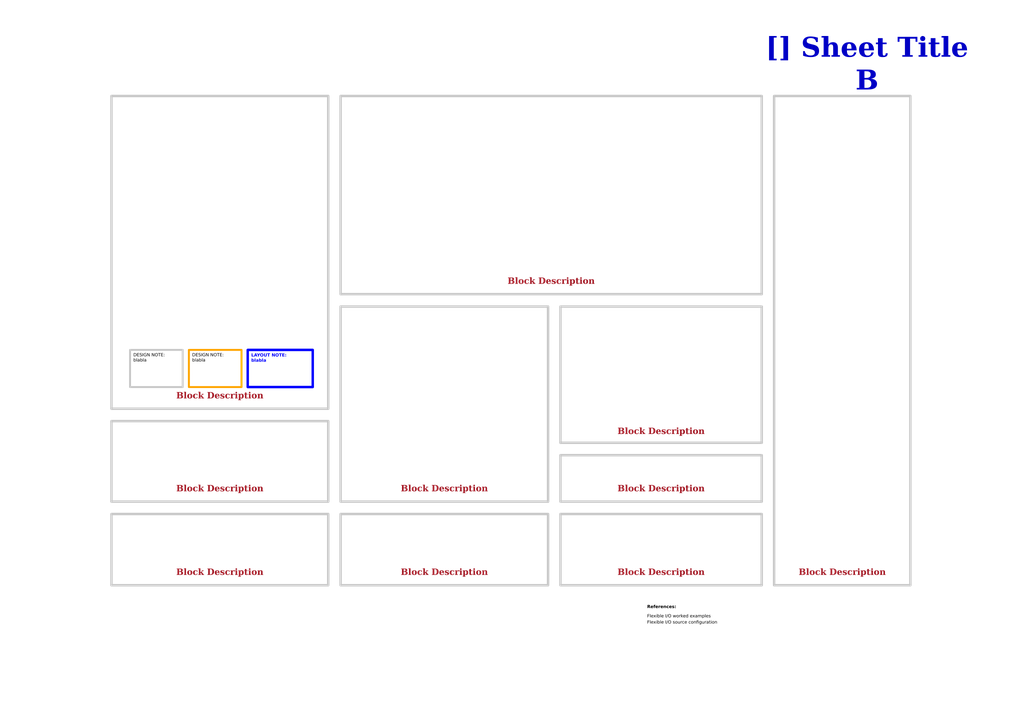
<source format=kicad_sch>
(kicad_sch
	(version 20250114)
	(generator "eeschema")
	(generator_version "9.0")
	(uuid "ea8c4f5e-7a49-4faf-a994-dbc85ed86b0a")
	(paper "A3")
	(title_block
		(title "Sheet Title B")
		(date "2025-01-12")
		(rev "${REVISION}")
		(company "${COMPANY}")
	)
	(lib_symbols)
	(rectangle
		(start 139.7 125.73)
		(end 224.79 205.74)
		(stroke
			(width 1)
			(type default)
			(color 200 200 200 1)
		)
		(fill
			(type none)
		)
		(uuid 1d862d27-55c8-43d9-a1e0-027d1852f163)
	)
	(rectangle
		(start 317.5 39.37)
		(end 373.38 240.03)
		(stroke
			(width 1)
			(type default)
			(color 200 200 200 1)
		)
		(fill
			(type none)
		)
		(uuid 1d9edcfe-b949-46c5-adca-40f822b4bd2a)
	)
	(rectangle
		(start 45.72 172.72)
		(end 134.62 205.74)
		(stroke
			(width 1)
			(type default)
			(color 200 200 200 1)
		)
		(fill
			(type none)
		)
		(uuid 5d23fe69-1b57-41a7-86cd-8987bca3e109)
	)
	(rectangle
		(start 45.72 210.82)
		(end 134.62 240.03)
		(stroke
			(width 1)
			(type default)
			(color 200 200 200 1)
		)
		(fill
			(type none)
		)
		(uuid 8b07e48f-2db7-43ad-80d6-e91fd34b7137)
	)
	(rectangle
		(start 229.87 186.69)
		(end 312.42 205.74)
		(stroke
			(width 1)
			(type default)
			(color 200 200 200 1)
		)
		(fill
			(type none)
		)
		(uuid 8fb364d8-7e61-4713-a5cf-4e5bf9a0422c)
	)
	(rectangle
		(start 229.87 125.73)
		(end 312.42 181.61)
		(stroke
			(width 1)
			(type default)
			(color 200 200 200 1)
		)
		(fill
			(type none)
		)
		(uuid 91e86061-3695-4d86-a73e-d25af3bfe9b8)
	)
	(rectangle
		(start 139.7 210.82)
		(end 224.79 240.03)
		(stroke
			(width 1)
			(type default)
			(color 200 200 200 1)
		)
		(fill
			(type none)
		)
		(uuid d99cdb64-d2e4-4f1f-8584-4020073b6248)
	)
	(rectangle
		(start 45.72 39.37)
		(end 134.62 167.64)
		(stroke
			(width 1)
			(type default)
			(color 200 200 200 1)
		)
		(fill
			(type none)
		)
		(uuid ed047b56-79da-45e9-8381-b3465e9473b3)
	)
	(rectangle
		(start 139.7 39.37)
		(end 312.42 120.65)
		(stroke
			(width 1)
			(type default)
			(color 200 200 200 1)
		)
		(fill
			(type none)
		)
		(uuid ed78b7e7-9d87-4eba-bb13-ab88d26954ef)
	)
	(rectangle
		(start 229.87 210.82)
		(end 312.42 240.03)
		(stroke
			(width 1)
			(type default)
			(color 200 200 200 1)
		)
		(fill
			(type none)
		)
		(uuid f026768c-915f-4378-b3f2-b0a2f2a348b8)
	)
	(text "Flexible I/O worked examples"
		(exclude_from_sim no)
		(at 265.43 254 0)
		(effects
			(font
				(face "Arial")
				(size 1.27 1.27)
				(color 0 0 0 1)
			)
			(justify left bottom)
			(href "https://jpieper.com/2022/06/30/flexible-i-o-worked-examples/")
		)
		(uuid "16842e9f-eef2-418b-80ee-4eca09c5cd4a")
	)
	(text "References:"
		(exclude_from_sim no)
		(at 265.43 250.19 0)
		(effects
			(font
				(face "Arial")
				(size 1.27 1.27)
				(thickness 0.254)
				(bold yes)
				(color 0 0 0 1)
			)
			(justify left bottom)
		)
		(uuid "ca73a951-c39c-4a3c-9e12-06e6bc2f3311")
	)
	(text "Flexible I/O source configuration"
		(exclude_from_sim no)
		(at 265.43 256.54 0)
		(effects
			(font
				(face "Arial")
				(size 1.27 1.27)
				(color 0 0 0 1)
			)
			(justify left bottom)
			(href "https://jpieper.com/2022/06/28/flexible-i-o-source-configuration/")
		)
		(uuid "ff128f57-01dd-404e-9bb2-8208299d438c")
	)
	(text_box "Block Description"
		(exclude_from_sim no)
		(at 46.99 194.31 0)
		(size 86.36 9.525)
		(margins 1.9049 1.9049 1.9049 1.9049)
		(stroke
			(width -0.0001)
			(type default)
		)
		(fill
			(type none)
		)
		(effects
			(font
				(face "Times New Roman")
				(size 2.54 2.54)
				(thickness 0.508)
				(bold yes)
				(color 162 22 34 1)
			)
			(justify bottom)
		)
		(uuid "22f68459-86b0-4160-81dc-9d64d58e4265")
	)
	(text_box "Block Description"
		(exclude_from_sim no)
		(at 140.97 228.6 0)
		(size 82.55 9.525)
		(margins 1.9049 1.9049 1.9049 1.9049)
		(stroke
			(width -0.0001)
			(type default)
		)
		(fill
			(type none)
		)
		(effects
			(font
				(face "Times New Roman")
				(size 2.54 2.54)
				(thickness 0.508)
				(bold yes)
				(color 162 22 34 1)
			)
			(justify bottom)
		)
		(uuid "5050590c-bc0b-438f-ac65-a11e5219903d")
	)
	(text_box "[${#}] ${TITLE}"
		(exclude_from_sim no)
		(at 304.8 20.32 0)
		(size 101.6 12.7)
		(margins 5.9999 5.9999 5.9999 5.9999)
		(stroke
			(width -0.0001)
			(type solid)
		)
		(fill
			(type none)
		)
		(effects
			(font
				(face "Times New Roman")
				(size 8 8)
				(thickness 1.2)
				(bold yes)
				(color 0 0 194 1)
			)
		)
		(uuid "524c500e-48b2-4d74-9c30-5c34bf6c2558")
	)
	(text_box "Block Description"
		(exclude_from_sim no)
		(at 46.99 228.6 0)
		(size 86.36 9.525)
		(margins 1.9049 1.9049 1.9049 1.9049)
		(stroke
			(width -0.0001)
			(type default)
		)
		(fill
			(type none)
		)
		(effects
			(font
				(face "Times New Roman")
				(size 2.54 2.54)
				(thickness 0.508)
				(bold yes)
				(color 162 22 34 1)
			)
			(justify bottom)
		)
		(uuid "67a85d80-fe45-4492-a23f-f4ed25b939a9")
	)
	(text_box "DESIGN NOTE:\nblabla"
		(exclude_from_sim no)
		(at 77.47 143.51 0)
		(size 21.59 15.24)
		(margins 1.3525 1.3525 1.3525 1.3525)
		(stroke
			(width 0.8)
			(type solid)
			(color 255 165 0 1)
		)
		(fill
			(type none)
		)
		(effects
			(font
				(face "Arial")
				(size 1.27 1.27)
				(color 0 0 0 1)
			)
			(justify left top)
		)
		(uuid "7118d66d-27ed-4a42-9d0f-29873dd1133d")
	)
	(text_box "Block Description"
		(exclude_from_sim no)
		(at 231.14 228.6 0)
		(size 80.01 9.525)
		(margins 1.9049 1.9049 1.9049 1.9049)
		(stroke
			(width -0.0001)
			(type default)
		)
		(fill
			(type none)
		)
		(effects
			(font
				(face "Times New Roman")
				(size 2.54 2.54)
				(thickness 0.508)
				(bold yes)
				(color 162 22 34 1)
			)
			(justify bottom)
		)
		(uuid "7283beb6-c696-4e44-ac80-edfae78c644b")
	)
	(text_box "LAYOUT NOTE:\nblabla"
		(exclude_from_sim no)
		(at 101.6 143.51 0)
		(size 26.67 15.24)
		(margins 1.4525 1.4525 1.4525 1.4525)
		(stroke
			(width 1)
			(type solid)
			(color 0 0 255 1)
		)
		(fill
			(type none)
		)
		(effects
			(font
				(face "Arial")
				(size 1.27 1.27)
				(thickness 0.4)
				(bold yes)
				(color 0 0 255 1)
			)
			(justify left top)
		)
		(uuid "789bb8df-08ec-4683-a441-f4ff02e08c1e")
	)
	(text_box "Block Description"
		(exclude_from_sim no)
		(at 46.99 156.21 0)
		(size 86.36 9.525)
		(margins 1.9049 1.9049 1.9049 1.9049)
		(stroke
			(width -0.0001)
			(type default)
		)
		(fill
			(type none)
		)
		(effects
			(font
				(face "Times New Roman")
				(size 2.54 2.54)
				(thickness 0.508)
				(bold yes)
				(color 162 22 34 1)
			)
			(justify bottom)
		)
		(uuid "904a8349-50c0-42c2-9fb8-b365e5e4dae5")
	)
	(text_box "Block Description"
		(exclude_from_sim no)
		(at 142.24 109.22 0)
		(size 167.64 9.525)
		(margins 1.9049 1.9049 1.9049 1.9049)
		(stroke
			(width -0.0001)
			(type default)
		)
		(fill
			(type none)
		)
		(effects
			(font
				(face "Times New Roman")
				(size 2.54 2.54)
				(thickness 0.508)
				(bold yes)
				(color 162 22 34 1)
			)
			(justify bottom)
		)
		(uuid "96ca24d3-fb87-492b-b46b-2ff8e6f8597a")
	)
	(text_box "Block Description"
		(exclude_from_sim no)
		(at 231.775 170.815 0)
		(size 78.74 9.525)
		(margins 1.9049 1.9049 1.9049 1.9049)
		(stroke
			(width -0.0001)
			(type default)
		)
		(fill
			(type none)
		)
		(effects
			(font
				(face "Times New Roman")
				(size 2.54 2.54)
				(thickness 0.508)
				(bold yes)
				(color 162 22 34 1)
			)
			(justify bottom)
		)
		(uuid "9cf3d12e-f9c3-4c34-8081-b16b6bc5d5dd")
	)
	(text_box "Block Description"
		(exclude_from_sim no)
		(at 231.14 194.31 0)
		(size 80.01 9.525)
		(margins 1.9049 1.9049 1.9049 1.9049)
		(stroke
			(width -0.0001)
			(type default)
		)
		(fill
			(type none)
		)
		(effects
			(font
				(face "Times New Roman")
				(size 2.54 2.54)
				(thickness 0.508)
				(bold yes)
				(color 162 22 34 1)
			)
			(justify bottom)
		)
		(uuid "a0355043-f06f-4f70-9556-f7b249e99a87")
	)
	(text_box "Block Description"
		(exclude_from_sim no)
		(at 318.77 228.6 0)
		(size 53.34 9.525)
		(margins 1.9049 1.9049 1.9049 1.9049)
		(stroke
			(width -0.0001)
			(type default)
		)
		(fill
			(type none)
		)
		(effects
			(font
				(face "Times New Roman")
				(size 2.54 2.54)
				(thickness 0.508)
				(bold yes)
				(color 162 22 34 1)
			)
			(justify bottom)
		)
		(uuid "ac59a6b3-731c-4363-a803-7459ac300c4a")
	)
	(text_box "DESIGN NOTE:\nblabla"
		(exclude_from_sim no)
		(at 53.34 143.51 0)
		(size 21.59 15.24)
		(margins 1.3525 1.3525 1.3525 1.3525)
		(stroke
			(width 0.8)
			(type solid)
			(color 200 200 200 1)
		)
		(fill
			(type none)
		)
		(effects
			(font
				(face "Arial")
				(size 1.27 1.27)
				(color 0 0 0 1)
			)
			(justify left top)
		)
		(uuid "b30fc753-248d-41ea-b0ab-815ff2704544")
	)
	(text_box "Block Description"
		(exclude_from_sim no)
		(at 140.97 194.31 0)
		(size 82.55 9.525)
		(margins 1.9049 1.9049 1.9049 1.9049)
		(stroke
			(width -0.0001)
			(type default)
		)
		(fill
			(type none)
		)
		(effects
			(font
				(face "Times New Roman")
				(size 2.54 2.54)
				(thickness 0.508)
				(bold yes)
				(color 162 22 34 1)
			)
			(justify bottom)
		)
		(uuid "d975f102-c262-465d-91fc-7f6c552cfb8d")
	)
)

</source>
